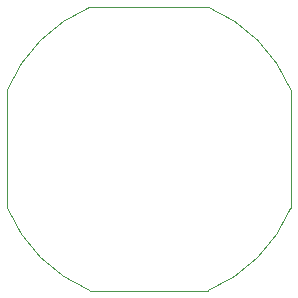
<source format=gbr>
%TF.GenerationSoftware,KiCad,Pcbnew,7.0.10*%
%TF.CreationDate,2026-01-16T16:27:34+08:00*%
%TF.ProjectId,NeepNeep-DAC-V1,4e656570-4e65-4657-902d-4441432d5631,rev?*%
%TF.SameCoordinates,Original*%
%TF.FileFunction,Other,Comment*%
%FSLAX46Y46*%
G04 Gerber Fmt 4.6, Leading zero omitted, Abs format (unit mm)*
G04 Created by KiCad (PCBNEW 7.0.10) date 2026-01-16 16:27:34*
%MOMM*%
%LPD*%
G01*
G04 APERTURE LIST*
%ADD10C,0.050000*%
G04 APERTURE END LIST*
D10*
X5000000Y-11999999D02*
G75*
G03*
X11999999Y-5000000I-4999999J11999998D01*
G01*
X12000000Y-5000000D02*
X12000000Y5000000D01*
X-11999999Y-5000000D02*
G75*
G03*
X-5000000Y-11999999I11999998J4999999D01*
G01*
X11999999Y5000000D02*
G75*
G03*
X5000000Y11999999I-11999998J-4999999D01*
G01*
X-12000000Y-5000000D02*
X-12000000Y5000000D01*
X-5000000Y12000000D02*
X5000000Y12000000D01*
X-5000000Y11999999D02*
G75*
G03*
X-11999999Y5000000I4999999J-11999998D01*
G01*
X-5000000Y-12000000D02*
X5000000Y-12000000D01*
M02*

</source>
